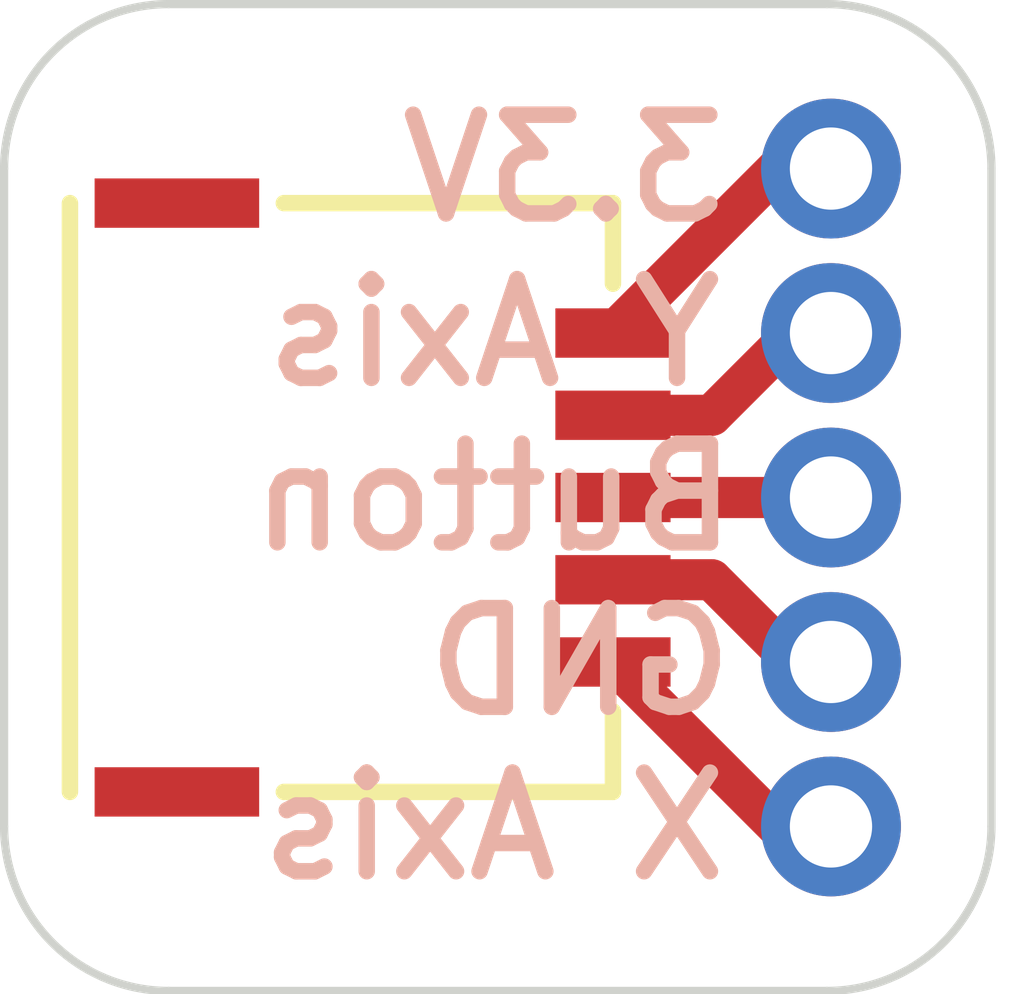
<source format=kicad_pcb>
(kicad_pcb (version 20171130) (host pcbnew "(5.1.5)-3")

  (general
    (thickness 1.6)
    (drawings 13)
    (tracks 12)
    (zones 0)
    (modules 2)
    (nets 6)
  )

  (page A4)
  (layers
    (0 F.Cu signal)
    (31 B.Cu signal)
    (32 B.Adhes user)
    (33 F.Adhes user)
    (34 B.Paste user)
    (35 F.Paste user)
    (36 B.SilkS user)
    (37 F.SilkS user)
    (38 B.Mask user)
    (39 F.Mask user)
    (40 Dwgs.User user)
    (41 Cmts.User user)
    (42 Eco1.User user)
    (43 Eco2.User user)
    (44 Edge.Cuts user)
    (45 Margin user)
    (46 B.CrtYd user hide)
    (47 F.CrtYd user hide)
    (48 B.Fab user)
    (49 F.Fab user hide)
  )

  (setup
    (last_trace_width 0.25)
    (trace_clearance 0.2)
    (zone_clearance 0.508)
    (zone_45_only no)
    (trace_min 0.2)
    (via_size 0.8)
    (via_drill 0.4)
    (via_min_size 0.4)
    (via_min_drill 0.3)
    (uvia_size 0.3)
    (uvia_drill 0.1)
    (uvias_allowed no)
    (uvia_min_size 0.2)
    (uvia_min_drill 0.1)
    (edge_width 0.05)
    (segment_width 0.2)
    (pcb_text_width 0.3)
    (pcb_text_size 1.5 1.5)
    (mod_edge_width 0.12)
    (mod_text_size 1 1)
    (mod_text_width 0.15)
    (pad_size 1.524 1.524)
    (pad_drill 0.762)
    (pad_to_mask_clearance 0.051)
    (solder_mask_min_width 0.25)
    (aux_axis_origin 60.175 32.9)
    (visible_elements 7FFFFFFF)
    (pcbplotparams
      (layerselection 0x010fc_ffffffff)
      (usegerberextensions false)
      (usegerberattributes false)
      (usegerberadvancedattributes false)
      (creategerberjobfile false)
      (excludeedgelayer true)
      (linewidth 0.100000)
      (plotframeref false)
      (viasonmask false)
      (mode 1)
      (useauxorigin false)
      (hpglpennumber 1)
      (hpglpenspeed 20)
      (hpglpendiameter 15.000000)
      (psnegative false)
      (psa4output false)
      (plotreference true)
      (plotvalue true)
      (plotinvisibletext false)
      (padsonsilk false)
      (subtractmaskfromsilk false)
      (outputformat 1)
      (mirror false)
      (drillshape 0)
      (scaleselection 1)
      (outputdirectory "C:/Users/Watermelon4man/Pictures/pcbs/Joycon breakout/Gerber/"))
  )

  (net 0 "")
  (net 1 "Net-(J1-Pad1)")
  (net 2 "Net-(J1-Pad2)")
  (net 3 "Net-(J1-Pad3)")
  (net 4 "Net-(J1-Pad4)")
  (net 5 "Net-(J1-Pad5)")

  (net_class Default "This is the default net class."
    (clearance 0.2)
    (trace_width 0.25)
    (via_dia 0.8)
    (via_drill 0.4)
    (uvia_dia 0.3)
    (uvia_drill 0.1)
    (add_net "Net-(J1-Pad1)")
    (add_net "Net-(J1-Pad2)")
    (add_net "Net-(J1-Pad3)")
    (add_net "Net-(J1-Pad4)")
    (add_net "Net-(J1-Pad5)")
  )

  (module Connector_PinHeader_1.00mm:PinHeader_1x05_P1.00mm_Vertical (layer F.Cu) (tedit 60ABF83C) (tstamp 60AC126B)
    (at 65.2 33.900001)
    (descr "Through hole straight pin header, 1x05, 1.00mm pitch, single row")
    (tags "Through hole pin header THT 1x05 1.00mm single row")
    (path /60ACBEC4)
    (fp_text reference J2 (at 0 -1.56) (layer F.SilkS) hide
      (effects (font (size 1 1) (thickness 0.15)))
    )
    (fp_text value Conn_01x06_Male (at 0 5.56) (layer F.Fab)
      (effects (font (size 1 1) (thickness 0.15)))
    )
    (fp_line (start -0.635 -0.5) (end 0.635 -0.5) (layer F.Fab) (width 0.1))
    (fp_line (start 0.635 -0.5) (end 0.635 4.5) (layer F.Fab) (width 0.1))
    (fp_line (start 0.635 4.5) (end -0.635 4.5) (layer F.Fab) (width 0.1))
    (fp_line (start -0.635 4.5) (end -0.635 -0.5) (layer F.Fab) (width 0.1))
    (fp_line (start -1.15 -1) (end -1.15 5) (layer F.CrtYd) (width 0.05))
    (fp_line (start -1.15 5) (end 1.15 5) (layer F.CrtYd) (width 0.05))
    (fp_line (start 1.15 5) (end 1.15 -1) (layer F.CrtYd) (width 0.05))
    (fp_line (start 1.15 -1) (end -1.15 -1) (layer F.CrtYd) (width 0.05))
    (fp_text user %R (at 0 2 90) (layer F.Fab)
      (effects (font (size 0.76 0.76) (thickness 0.114)))
    )
    (pad 1 thru_hole circle (at 0 0) (size 0.85 0.85) (drill 0.5) (layers *.Cu *.Mask)
      (net 1 "Net-(J1-Pad1)"))
    (pad 2 thru_hole oval (at 0 1) (size 0.85 0.85) (drill 0.5) (layers *.Cu *.Mask)
      (net 2 "Net-(J1-Pad2)"))
    (pad 3 thru_hole oval (at 0 2) (size 0.85 0.85) (drill 0.5) (layers *.Cu *.Mask)
      (net 3 "Net-(J1-Pad3)"))
    (pad 4 thru_hole oval (at 0 3) (size 0.85 0.85) (drill 0.5) (layers *.Cu *.Mask)
      (net 4 "Net-(J1-Pad4)"))
    (pad 5 thru_hole oval (at 0 4) (size 0.85 0.85) (drill 0.5) (layers *.Cu *.Mask)
      (net 5 "Net-(J1-Pad5)"))
    (model ${KISYS3DMOD}/Connector_PinHeader_1.00mm.3dshapes/PinHeader_1x05_P1.00mm_Vertical.wrl
      (at (xyz 0 0 0))
      (scale (xyz 1 1 1))
      (rotate (xyz 0 0 0))
    )
  )

  (module "Homemade:Molex 503480-0540" (layer F.Cu) (tedit 60ABF2E7) (tstamp 60AC1250)
    (at 62.425 35.9 270)
    (path /60ACAAF6)
    (attr smd)
    (fp_text reference J1 (at 0 0 270) (layer F.SilkS) hide
      (effects (font (size 0.7 0.7) (thickness 0.1)))
    )
    (fp_text value Conn_01x06_Female (at -0.25 -2.62 90) (layer F.Fab)
      (effects (font (size 1 1) (thickness 0.15)))
    )
    (fp_line (start 1.79 1.85) (end -1.79 1.85) (layer F.SilkS) (width 0.1))
    (fp_line (start 1.79 0.55) (end 1.79 -1.45) (layer F.SilkS) (width 0.1))
    (fp_line (start -1.79 0.55) (end -1.79 -1.45) (layer F.SilkS) (width 0.1))
    (fp_line (start -1.79 -1.45) (end -1.3 -1.45) (layer F.SilkS) (width 0.1))
    (fp_line (start 1.79 -1.45) (end 1.3 -1.45) (layer F.SilkS) (width 0.1))
    (pad 6 smd rect (at -1.79 1.2 270) (size 0.3 1) (layers F.Cu F.Paste F.Mask))
    (pad 1 smd rect (at -1 -1.45 270) (size 0.3 0.7) (layers F.Cu F.Paste F.Mask)
      (net 1 "Net-(J1-Pad1)"))
    (pad 2 smd rect (at -0.5 -1.45 270) (size 0.3 0.7) (layers F.Cu F.Paste F.Mask)
      (net 2 "Net-(J1-Pad2)"))
    (pad 3 smd rect (at 0 -1.45 270) (size 0.3 0.7) (layers F.Cu F.Paste F.Mask)
      (net 3 "Net-(J1-Pad3)"))
    (pad 4 smd rect (at 0.5 -1.45 270) (size 0.3 0.7) (layers F.Cu F.Paste F.Mask)
      (net 4 "Net-(J1-Pad4)"))
    (pad 7 smd rect (at 1.79 1.2 270) (size 0.3 1) (layers F.Cu F.Paste F.Mask))
    (pad 5 smd rect (at 1 -1.45 270) (size 0.3 0.7) (layers F.Cu F.Paste F.Mask)
      (net 5 "Net-(J1-Pad5)"))
    (model "C:/Users/Watermelon4man/Pictures/pcbs/Joycon breakout/Components/503480-0540_stp/5034800540.stp"
      (offset (xyz 0 -2 0))
      (scale (xyz 1 1 1))
      (rotate (xyz -90 0 0))
    )
  )

  (gr_arc (start 61.175 33.9) (end 61.175 32.9) (angle -90) (layer Edge.Cuts) (width 0.05))
  (gr_arc (start 61.175 37.9) (end 60.175 37.9) (angle -90) (layer Edge.Cuts) (width 0.05))
  (gr_arc (start 65.175 37.9) (end 65.175 38.9) (angle -90) (layer Edge.Cuts) (width 0.05))
  (gr_arc (start 65.175 33.9) (end 66.175 33.9) (angle -90) (layer Edge.Cuts) (width 0.05))
  (gr_line (start 61.175 32.9) (end 65.175 32.9) (layer Edge.Cuts) (width 0.05) (tstamp 60AC1646))
  (gr_line (start 60.175 37.9) (end 60.175 33.9) (layer Edge.Cuts) (width 0.05))
  (gr_line (start 65.175 38.9) (end 61.175 38.9) (layer Edge.Cuts) (width 0.05))
  (gr_line (start 66.175 33.9) (end 66.175 37.9) (layer Edge.Cuts) (width 0.05) (tstamp 60AC1610))
  (gr_text "Button\n" (at 63.15 35.9) (layer B.SilkS)
    (effects (font (size 0.6 0.6) (thickness 0.1)) (justify mirror))
  )
  (gr_text "X Axis" (at 63.15 37.9) (layer B.SilkS)
    (effects (font (size 0.6 0.6) (thickness 0.1)) (justify mirror))
  )
  (gr_text "Y Axis" (at 63.15 34.9) (layer B.SilkS)
    (effects (font (size 0.6 0.6) (thickness 0.1)) (justify mirror))
  )
  (gr_text GND (at 63.675 36.9) (layer B.SilkS) (tstamp 60AC1878)
    (effects (font (size 0.6 0.6) (thickness 0.1)) (justify mirror))
  )
  (gr_text 3.3V (at 63.575 33.9) (layer B.SilkS)
    (effects (font (size 0.6 0.6) (thickness 0.1)) (justify mirror))
  )

  (segment (start 64.874999 33.900001) (end 65.2 33.900001) (width 0.25) (layer F.Cu) (net 1))
  (segment (start 63.875 34.9) (end 64.874999 33.900001) (width 0.25) (layer F.Cu) (net 1))
  (segment (start 64.974999 34.900001) (end 65.2 34.900001) (width 0.25) (layer F.Cu) (net 2))
  (segment (start 64.475 35.4) (end 64.974999 34.900001) (width 0.25) (layer F.Cu) (net 2))
  (segment (start 63.875 35.4) (end 64.475 35.4) (width 0.25) (layer F.Cu) (net 2))
  (segment (start 65.199999 35.9) (end 65.2 35.900001) (width 0.25) (layer F.Cu) (net 3))
  (segment (start 63.875 35.9) (end 65.199999 35.9) (width 0.25) (layer F.Cu) (net 3))
  (segment (start 64.975001 36.900001) (end 65.2 36.900001) (width 0.25) (layer F.Cu) (net 4))
  (segment (start 64.475 36.4) (end 64.975001 36.900001) (width 0.25) (layer F.Cu) (net 4))
  (segment (start 63.875 36.4) (end 64.475 36.4) (width 0.25) (layer F.Cu) (net 4))
  (segment (start 64.875001 37.900001) (end 65.2 37.900001) (width 0.25) (layer F.Cu) (net 5))
  (segment (start 63.875 36.9) (end 64.875001 37.900001) (width 0.25) (layer F.Cu) (net 5))

)

</source>
